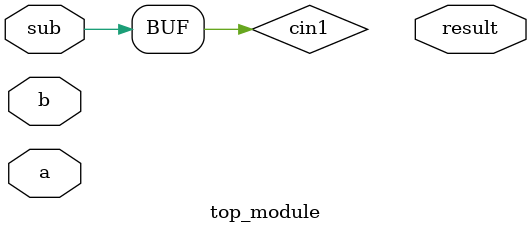
<source format=v>
module top_module(
    input [31:0] a,
    input [31:0] b,
    input sub,
    output [31:0] result
);

    wire cin1,cout1,cout2;
    wire [15:0] sum1,sum2;
    assign cin1 = sub;
    add16 ins1(a[15:0],b[15:0]^{16{sub}},cin1,sum1,cout1);
    add16 ins2(a[31:16],b[31:16]^{16{sub}},cout1,sum2,cout2);
    assign sum= {sum2,sum1};
    
endmodule

</source>
